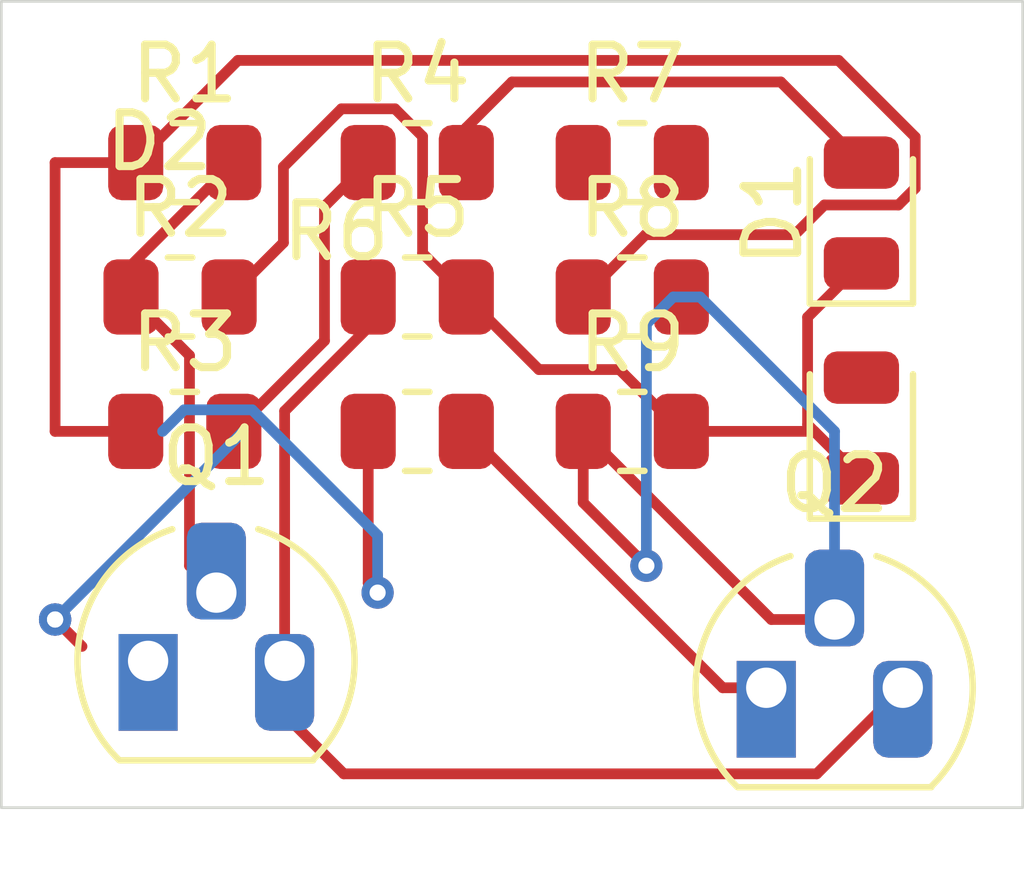
<source format=kicad_pcb>
(kicad_pcb (version 20241229) (generator "pcbnew") (generator_version "9.0")
  (layers (0 "F.Cu" signal) (2 "B.Cu" signal) (13 "F.Paste" user) (15 "B.Paste" user) (5 "F.SilkS" user "F.Silkscreen") (7 "B.SilkS" user "B.Silkscreen") (1 "F.Mask" user) (3 "B.Mask" user) (25 "Edge.Cuts" user))
  (net 0 "")
  (net 1 "GND")
  (net 2 "Net-(D1-A)")
  (net 3 "Net-(D2-A)")
  (net 4 "Net-(Q1-C)")
  (net 5 "Net-(Q1-B)")
  (net 6 "Net-(Q1-E)")
  (net 7 "Net-(Q2-C)")
  (net 8 "Net-(Q2-B)")
  (net 9 "+9V")
  (footprint "Package_TO_SOT_THT:TO-92L_HandSolder" (layer "F.Cu") (at 143.73 84.27)
    (property "Reference" "Q1" (at 1.27 -3.8 0) (layer "F.SilkS"))
    (property "Value" "NPN")
    (fp_line (start -0.53 1.85) (end 3.07 1.85) (stroke (width 0.12)) (layer "F.SilkS"))
    (fp_arc (start -0.541453 1.842156) (mid -1.247298 -0.581475) (end 0.45 -2.45) (stroke (width 0.12)) (layer "F.SilkS"))
    (fp_arc (start 2.05 -2.45) (mid 3.769931 -0.601036) (end 3.078445 1.827684) (stroke (width 0.12)) (layer "F.SilkS"))
    (pad "1" thru_hole rect (at 0 0) (size 1.1 1.8) (drill 0.75 (offset 0 0.4)) (layers "*.Cu" "*.Mask") (net 4 "Net-(Q1-C)"))
    (pad "2" thru_hole roundrect (at 1.27 -1.27) (size 1.1 1.8) (drill 0.75 (offset 0 -0.4)) (layers "*.Cu" "*.Mask") (net 5 "Net-(Q1-B)"))
    (pad "3" thru_hole roundrect (at 2.54 0) (size 1.1 1.8) (drill 0.75 (offset 0 0.4)) (layers "*.Cu" "*.Mask") (net 6 "Net-(Q1-E)"))
  )
  (footprint "Resistor_SMD:R_0805_2012Metric" (layer "F.Cu") (at 152.7375 80)
    (property "Reference" "R9" (at 0 -1.65 0) (layer "F.SilkS"))
    (property "Value" "1000R")
    (fp_line (start -0.227064 -0.735) (end 0.227064 -0.735) (stroke (width 0.12)) (layer "F.SilkS"))
    (fp_line (start -0.227064 0.735) (end 0.227064 0.735) (stroke (width 0.12)) (layer "F.SilkS"))
    (pad "1" smd roundrect (at -0.9125 0) (size 1.025 1.4) (layers "F.Cu" "F.Mask" "F.Paste") (roundrect_rratio 0.243902) (net 8 "Net-(Q2-B)"))
    (pad "2" smd roundrect (at 0.9125 0) (size 1.025 1.4) (layers "F.Cu" "F.Mask" "F.Paste") (roundrect_rratio 0.243902) (net 1 "GND"))
  )
  (footprint "Resistor_SMD:R_0805_2012Metric" (layer "F.Cu") (at 152.7375 77.5)
    (property "Reference" "R8" (at 0 -1.65 0) (layer "F.SilkS"))
    (property "Value" "1R")
    (fp_line (start -0.227064 -0.735) (end 0.227064 -0.735) (stroke (width 0.12)) (layer "F.SilkS"))
    (fp_line (start -0.227064 0.735) (end 0.227064 0.735) (stroke (width 0.12)) (layer "F.SilkS"))
    (pad "1" smd roundrect (at -0.9125 0) (size 1.025 1.4) (layers "F.Cu" "F.Mask" "F.Paste") (roundrect_rratio 0.243902) (net 9 "+9V"))
    (pad "2" smd roundrect (at 0.9125 0) (size 1.025 1.4) (layers "F.Cu" "F.Mask" "F.Paste") (roundrect_rratio 0.243902) (net 8 "Net-(Q2-B)"))
  )
  (footprint "Resistor_SMD:R_0805_2012Metric" (layer "F.Cu") (at 148.7375 75)
    (property "Reference" "R4" (at 0 -1.65 0) (layer "F.SilkS"))
    (property "Value" "1000R")
    (fp_line (start -0.227064 -0.735) (end 0.227064 -0.735) (stroke (width 0.12)) (layer "F.SilkS"))
    (fp_line (start -0.227064 0.735) (end 0.227064 0.735) (stroke (width 0.12)) (layer "F.SilkS"))
    (pad "1" smd roundrect (at -0.9125 0) (size 1.025 1.4) (layers "F.Cu" "F.Mask" "F.Paste") (roundrect_rratio 0.243902) (net 4 "Net-(Q1-C)"))
    (pad "2" smd roundrect (at 0.9125 0) (size 1.025 1.4) (layers "F.Cu" "F.Mask" "F.Paste") (roundrect_rratio 0.243902) (net 2 "Net-(D1-A)"))
  )
  (footprint "Resistor_SMD:R_0805_2012Metric" (layer "F.Cu") (at 148.7375 80)
    (property "Reference" "R6" (at -1.51 -3.715 0) (layer "F.SilkS"))
    (property "Value" "10000R")
    (fp_line (start -0.227064 -0.735) (end 0.227064 -0.735) (stroke (width 0.12)) (layer "F.SilkS"))
    (fp_line (start -0.227064 0.735) (end 0.227064 0.735) (stroke (width 0.12)) (layer "F.SilkS"))
    (pad "1" smd roundrect (at -0.9125 0) (size 1.025 1.4) (layers "F.Cu" "F.Mask" "F.Paste") (roundrect_rratio 0.243902) (net 9 "+9V"))
    (pad "2" smd roundrect (at 0.9125 0) (size 1.025 1.4) (layers "F.Cu" "F.Mask" "F.Paste") (roundrect_rratio 0.243902) (net 7 "Net-(Q2-C)"))
  )
  (footprint "Resistor_SMD:R_0805_2012Metric" (layer "F.Cu") (at 148.7375 77.5)
    (property "Reference" "R5" (at 0 -1.65 0) (layer "F.SilkS"))
    (property "Value" "470R")
    (fp_line (start -0.227064 -0.735) (end 0.227064 -0.735) (stroke (width 0.12)) (layer "F.SilkS"))
    (fp_line (start -0.227064 0.735) (end 0.227064 0.735) (stroke (width 0.12)) (layer "F.SilkS"))
    (pad "1" smd roundrect (at -0.9125 0) (size 1.025 1.4) (layers "F.Cu" "F.Mask" "F.Paste") (roundrect_rratio 0.243902) (net 6 "Net-(Q1-E)"))
    (pad "2" smd roundrect (at 0.9125 0) (size 1.025 1.4) (layers "F.Cu" "F.Mask" "F.Paste") (roundrect_rratio 0.243902) (net 1 "GND"))
  )
  (footprint "Resistor_SMD:R_0805_2012Metric" (layer "F.Cu") (at 144.325 77.5)
    (property "Reference" "R2" (at 0 -1.65 0) (layer "F.SilkS"))
    (property "Value" "1000R")
    (fp_line (start -0.227064 -0.735) (end 0.227064 -0.735) (stroke (width 0.12)) (layer "F.SilkS"))
    (fp_line (start -0.227064 0.735) (end 0.227064 0.735) (stroke (width 0.12)) (layer "F.SilkS"))
    (pad "1" smd roundrect (at -0.9125 0) (size 1.025 1.4) (layers "F.Cu" "F.Mask" "F.Paste") (roundrect_rratio 0.243902) (net 5 "Net-(Q1-B)"))
    (pad "2" smd roundrect (at 0.9125 0) (size 1.025 1.4) (layers "F.Cu" "F.Mask" "F.Paste") (roundrect_rratio 0.243902) (net 1 "GND"))
  )
  (footprint "Resistor_SMD:R_0805_2012Metric" (layer "F.Cu") (at 152.7375 75)
    (property "Reference" "R7" (at 0 -1.65 0) (layer "F.SilkS"))
    (property "Value" "1000R")
    (fp_line (start -0.227064 -0.735) (end 0.227064 -0.735) (stroke (width 0.12)) (layer "F.SilkS"))
    (fp_line (start -0.227064 0.735) (end 0.227064 0.735) (stroke (width 0.12)) (layer "F.SilkS"))
    (pad "1" smd roundrect (at -0.9125 0) (size 1.025 1.4) (layers "F.Cu" "F.Mask" "F.Paste") (roundrect_rratio 0.243902) (net 7 "Net-(Q2-C)"))
    (pad "2" smd roundrect (at 0.9125 0) (size 1.025 1.4) (layers "F.Cu" "F.Mask" "F.Paste") (roundrect_rratio 0.243902) (net 3 "Net-(D2-A)"))
  )
  (footprint "Resistor_SMD:R_0805_2012Metric" (layer "F.Cu") (at 144.4125 80)
    (property "Reference" "R3" (at 0 -1.65 0) (layer "F.SilkS"))
    (property "Value" "10000R")
    (fp_line (start -0.227064 -0.735) (end 0.227064 -0.735) (stroke (width 0.12)) (layer "F.SilkS"))
    (fp_line (start -0.227064 0.735) (end 0.227064 0.735) (stroke (width 0.12)) (layer "F.SilkS"))
    (pad "1" smd roundrect (at -0.9125 0) (size 1.025 1.4) (layers "F.Cu" "F.Mask" "F.Paste") (roundrect_rratio 0.243902) (net 9 "+9V"))
    (pad "2" smd roundrect (at 0.9125 0) (size 1.025 1.4) (layers "F.Cu" "F.Mask" "F.Paste") (roundrect_rratio 0.243902) (net 4 "Net-(Q1-C)"))
  )
  (footprint "Package_TO_SOT_THT:TO-92L_HandSolder" (layer "F.Cu") (at 155.23 84.77)
    (property "Reference" "Q2" (at 1.27 -3.8 0) (layer "F.SilkS"))
    (property "Value" "NPN")
    (fp_line (start -0.53 1.85) (end 3.07 1.85) (stroke (width 0.12)) (layer "F.SilkS"))
    (fp_arc (start -0.541453 1.842156) (mid -1.247298 -0.581475) (end 0.45 -2.45) (stroke (width 0.12)) (layer "F.SilkS"))
    (fp_arc (start 2.05 -2.45) (mid 3.769931 -0.601036) (end 3.078445 1.827684) (stroke (width 0.12)) (layer "F.SilkS"))
    (pad "1" thru_hole rect (at 0 0) (size 1.1 1.8) (drill 0.75 (offset 0 0.4)) (layers "*.Cu" "*.Mask") (net 7 "Net-(Q2-C)"))
    (pad "2" thru_hole roundrect (at 1.27 -1.27) (size 1.1 1.8) (drill 0.75 (offset 0 -0.4)) (layers "*.Cu" "*.Mask") (net 8 "Net-(Q2-B)"))
    (pad "3" thru_hole roundrect (at 2.54 0) (size 1.1 1.8) (drill 0.75 (offset 0 0.4)) (layers "*.Cu" "*.Mask") (net 6 "Net-(Q1-E)"))
  )
  (footprint "Resistor_SMD:R_0805_2012Metric" (layer "F.Cu") (at 144.4125 75)
    (property "Reference" "R1" (at 0 -1.65 0) (layer "F.SilkS"))
    (property "Value" "1000R")
    (fp_line (start -0.227064 -0.735) (end 0.227064 -0.735) (stroke (width 0.12)) (layer "F.SilkS"))
    (fp_line (start -0.227064 0.735) (end 0.227064 0.735) (stroke (width 0.12)) (layer "F.SilkS"))
    (pad "1" smd roundrect (at -0.9125 0) (size 1.025 1.4) (layers "F.Cu" "F.Mask" "F.Paste") (roundrect_rratio 0.243902) (net 9 "+9V"))
    (pad "2" smd roundrect (at 0.9125 0) (size 1.025 1.4) (layers "F.Cu" "F.Mask" "F.Paste") (roundrect_rratio 0.243902) (net 5 "Net-(Q1-B)"))
  )
  (footprint "LED_SMD:LED_0805_2012Metric" (layer "F.Cu") (at 157 75.9375 90)
    (property "Reference" "D1" (at 0 -1.65 90) (layer "F.SilkS"))
    (property "Value" "LED")
    (fp_line (start 1 -0.96) (end -1.685 -0.96) (stroke (width 0.12)) (layer "F.SilkS"))
    (fp_line (start -1.685 -0.96) (end -1.685 0.96) (stroke (width 0.12)) (layer "F.SilkS"))
    (fp_line (start -1.685 0.96) (end 1 0.96) (stroke (width 0.12)) (layer "F.SilkS"))
    (pad "1" smd roundrect (at -0.9375 0 90) (size 0.975 1.4) (layers "F.Cu" "F.Mask" "F.Paste") (net 1 "GND"))
    (pad "2" smd roundrect (at 0.9375 0 90) (size 0.975 1.4) (layers "F.Cu" "F.Mask" "F.Paste") (net 2 "Net-(D1-A)"))
  )
  (footprint "LED_SMD:LED_0805_2012Metric" (layer "F.Cu") (at 157 79.9375 90)
    (property "Reference" "D2" (at 5.3275 -13.0625 0) (layer "F.SilkS"))
    (property "Value" "LED")
    (fp_line (start 1 -0.96) (end -1.685 -0.96) (stroke (width 0.12)) (layer "F.SilkS"))
    (fp_line (start -1.685 -0.96) (end -1.685 0.96) (stroke (width 0.12)) (layer "F.SilkS"))
    (fp_line (start -1.685 0.96) (end 1 0.96) (stroke (width 0.12)) (layer "F.SilkS"))
    (pad "1" smd roundrect (at -0.9375 0 90) (size 0.975 1.4) (layers "F.Cu" "F.Mask" "F.Paste") (net 1 "GND"))
    (pad "2" smd roundrect (at 0.9375 0 90) (size 0.975 1.4) (layers "F.Cu" "F.Mask" "F.Paste") (net 3 "Net-(D2-A)"))
  )
  (gr_rect (start 141 72) (end 160 87) (stroke (width 0.05)) (fill no) (layer "Edge.Cuts"))
  (segment (start 148.32266 73.999) (end 148.8365 74.51284) (width 0.2) (layer "F.Cu") (net 1))
  (segment (start 147.32734 73.999) (end 148.32266 73.999) (width 0.2) (layer "F.Cu") (net 1))
  (segment (start 157 80.875) (end 155.999 79.874) (width 0.2) (layer "F.Cu") (net 1))
  (segment (start 156.125 80) (end 157 80.875) (width 0.2) (layer "F.Cu") (net 1))
  (segment (start 153.65 80) (end 156.125 80) (width 0.2) (layer "F.Cu") (net 1))
  (segment (start 148.8365 74.51284) (end 148.8365 76.6865) (width 0.2) (layer "F.Cu") (net 1))
  (segment (start 146.2477 76.4898) (end 146.2477 75.07864) (width 0.2) (layer "F.Cu") (net 1))
  (segment (start 145.2375 77.5) (end 146.2477 76.4898) (width 0.2) (layer "F.Cu") (net 1))
  (segment (start 148.8365 76.6865) (end 149.65 77.5) (width 0.2) (layer "F.Cu") (net 1))
  (segment (start 149.65 77.5) (end 151 78.85) (width 0.2) (layer "F.Cu") (net 1))
  (segment (start 146.2477 75.07864) (end 147.32734 73.999) (width 0.2) (layer "F.Cu") (net 1))
  (segment (start 151 78.85) (end 152.5 78.85) (width 0.2) (layer "F.Cu") (net 1))
  (segment (start 155.999 77.876) (end 157 76.875) (width 0.2) (layer "F.Cu") (net 1))
  (segment (start 152.5 78.85) (end 153.65 80) (width 0.2) (layer "F.Cu") (net 1))
  (segment (start 155.999 79.874) (end 155.999 77.876) (width 0.2) (layer "F.Cu") (net 1))
  (segment (start 149.65 74.35) (end 149.65 75) (width 0.2) (layer "F.Cu") (net 2))
  (segment (start 150.5 73.5) (end 149.65 74.35) (width 0.2) (layer "F.Cu") (net 2))
  (segment (start 155.5 73.5) (end 150.5 73.5) (width 0.2) (layer "F.Cu") (net 2))
  (segment (start 157 75) (end 155.5 73.5) (width 0.2) (layer "F.Cu") (net 2))
  (segment (start 142 83.5) (end 142.5 84) (width 0.2) (layer "F.Cu") (net 4))
  (segment (start 147.0115 75.8135) (end 147.825 75) (width 0.2) (layer "F.Cu") (net 4))
  (segment (start 147.0115 78.3135) (end 147.0115 75.8135) (width 0.2) (layer "F.Cu") (net 4))
  (segment (start 145.325 80) (end 147.0115 78.3135) (width 0.2) (layer "F.Cu") (net 4))
  (via (at 142 83.5) (size 0.6) (drill 0.3) (layers "F.Cu" "B.Cu") (net 4))
  (via (at 142 83.5) (size 0.6) (drill 0.3) (layers "F.Cu" "B.Cu") (net 4))
  (via (at 142 83.5) (size 0.6) (drill 0.3) (layers "F.Cu" "B.Cu") (net 4))
  (segment (start 145.5 80) (end 142 83.5) (width 0.2) (layer "B.Cu") (net 4))
  (segment (start 144.5 78.5875) (end 144.5 82.5) (width 0.2) (layer "F.Cu") (net 5))
  (segment (start 143.4125 77.5) (end 144.5 78.5875) (width 0.2) (layer "F.Cu") (net 5))
  (segment (start 143.4125 76.9125) (end 145.325 75) (width 0.2) (layer "F.Cu") (net 5))
  (segment (start 144.5 82.5) (end 145 83) (width 0.2) (layer "F.Cu") (net 5))
  (segment (start 143.4125 77.5) (end 143.4125 76.9125) (width 0.2) (layer "F.Cu") (net 5))
  (segment (start 146.27 85.27) (end 147.371 86.371) (width 0.2) (layer "F.Cu") (net 6))
  (segment (start 146.27 84.27) (end 146.27 85.27) (width 0.2) (layer "F.Cu") (net 6))
  (segment (start 147.825 78.0671) (end 146.27 79.6221) (width 0.2) (layer "F.Cu") (net 6))
  (segment (start 147.825 77.5) (end 147.825 78.0671) (width 0.2) (layer "F.Cu") (net 6))
  (segment (start 156.169 86.371) (end 157.77 84.77) (width 0.2) (layer "F.Cu") (net 6))
  (segment (start 147.371 86.371) (end 156.169 86.371) (width 0.2) (layer "F.Cu") (net 6))
  (segment (start 146.27 79.6221) (end 146.27 84.27) (width 0.2) (layer "F.Cu") (net 6))
  (segment (start 155.23 84.77) (end 154.42 84.77) (width 0.2) (layer "F.Cu") (net 7))
  (segment (start 154.42 84.77) (end 149.65 80) (width 0.2) (layer "F.Cu") (net 7))
  (segment (start 151.825 81.325) (end 153 82.5) (width 0.2) (layer "F.Cu") (net 8))
  (segment (start 151.825 80) (end 151.825 81.325) (width 0.2) (layer "F.Cu") (net 8))
  (segment (start 156.5 83.5) (end 155.325 83.5) (width 0.2) (layer "F.Cu") (net 8))
  (segment (start 155.325 83.5) (end 151.825 80) (width 0.2) (layer "F.Cu") (net 8))
  (via (at 153 82.5) (size 0.6) (drill 0.3) (layers "F.Cu" "B.Cu") (net 8))
  (segment (start 156.5 83.5) (end 156.5 80) (width 0.2) (layer "B.Cu") (net 8))
  (segment (start 153 78) (end 153 82.5) (width 0.2) (layer "B.Cu") (net 8))
  (segment (start 156.5 80) (end 154 77.5) (width 0.2) (layer "B.Cu") (net 8))
  (segment (start 153 78) (end 153.5 77.5) (width 0.2) (layer "B.Cu") (net 8))
  (segment (start 154 77.5) (end 153.5 77.5) (width 0.2) (layer "B.Cu") (net 8))
  (segment (start 152.9839 76.3411) (end 155.758754 76.3411) (width 0.2) (layer "F.Cu") (net 9))
  (segment (start 147.825 82.825) (end 148 83) (width 0.2) (layer "F.Cu") (net 9))
  (segment (start 155.758754 76.3411) (end 156.311354 75.7885) (width 0.2) (layer "F.Cu") (net 9))
  (segment (start 143.5 75) (end 142 75) (width 0.2) (layer "F.Cu") (net 9))
  (segment (start 158.001 74.523854) (end 156.576146 73.099) (width 0.2) (layer "F.Cu") (net 9))
  (segment (start 158.001 75.476146) (end 158.001 74.523854) (width 0.2) (layer "F.Cu") (net 9))
  (segment (start 151.825 77.5) (end 152.9839 76.3411) (width 0.2) (layer "F.Cu") (net 9))
  (segment (start 142 80) (end 143.5 80) (width 0.2) (layer "F.Cu") (net 9))
  (segment (start 157.688646 75.7885) (end 158.001 75.476146) (width 0.2) (layer "F.Cu") (net 9))
  (segment (start 142 75) (end 142 80) (width 0.2) (layer "F.Cu") (net 9))
  (segment (start 156.311354 75.7885) (end 157.688646 75.7885) (width 0.2) (layer "F.Cu") (net 9))
  (segment (start 145.401 73.099) (end 143.5 75) (width 0.2) (layer "F.Cu") (net 9))
  (segment (start 147.825 80) (end 147.825 82.825) (width 0.2) (layer "F.Cu") (net 9))
  (segment (start 156.576146 73.099) (end 145.401 73.099) (width 0.2) (layer "F.Cu") (net 9))
  (via (at 148 83) (size 0.6) (drill 0.3) (layers "F.Cu" "B.Cu") (net 9))
  (segment (start 144.401 79.599) (end 144 80) (width 0.2) (layer "B.Cu") (net 9))
  (segment (start 148 81.9329) (end 148 83) (width 0.2) (layer "B.Cu") (net 9))
  (segment (start 144.401 79.599) (end 145.6661 79.599) (width 0.2) (layer "B.Cu") (net 9))
  (segment (start 145.6661 79.599) (end 148 81.9329) (width 0.2) (layer "B.Cu") (net 9))
)
</source>
